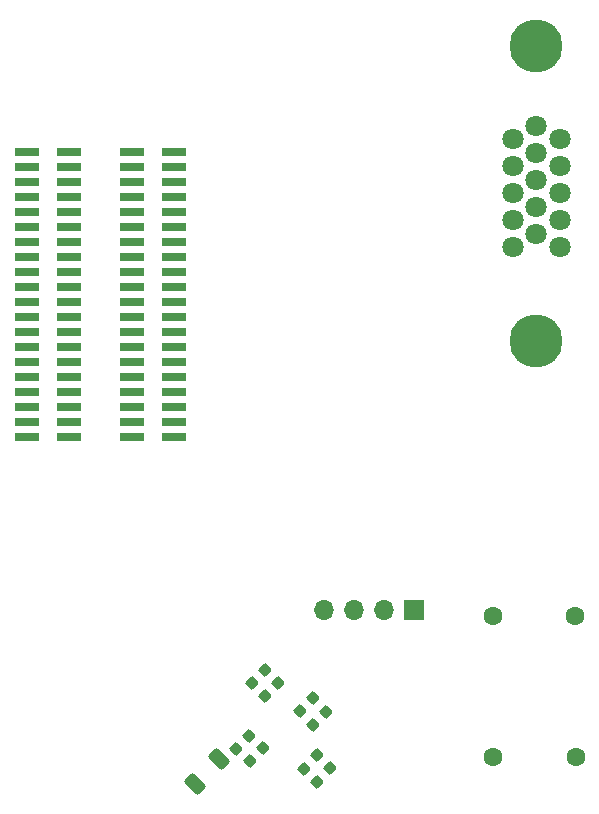
<source format=gbs>
G04 #@! TF.GenerationSoftware,KiCad,Pcbnew,7.0.9-7.0.9~ubuntu22.04.1*
G04 #@! TF.CreationDate,2023-12-05T21:20:48+02:00*
G04 #@! TF.ProjectId,iCE40HX-expansion,69434534-3048-4582-9d65-7870616e7369,rev?*
G04 #@! TF.SameCoordinates,Original*
G04 #@! TF.FileFunction,Soldermask,Bot*
G04 #@! TF.FilePolarity,Negative*
%FSLAX46Y46*%
G04 Gerber Fmt 4.6, Leading zero omitted, Abs format (unit mm)*
G04 Created by KiCad (PCBNEW 7.0.9-7.0.9~ubuntu22.04.1) date 2023-12-05 21:20:48*
%MOMM*%
%LPD*%
G01*
G04 APERTURE LIST*
G04 Aperture macros list*
%AMRoundRect*
0 Rectangle with rounded corners*
0 $1 Rounding radius*
0 $2 $3 $4 $5 $6 $7 $8 $9 X,Y pos of 4 corners*
0 Add a 4 corners polygon primitive as box body*
4,1,4,$2,$3,$4,$5,$6,$7,$8,$9,$2,$3,0*
0 Add four circle primitives for the rounded corners*
1,1,$1+$1,$2,$3*
1,1,$1+$1,$4,$5*
1,1,$1+$1,$6,$7*
1,1,$1+$1,$8,$9*
0 Add four rect primitives between the rounded corners*
20,1,$1+$1,$2,$3,$4,$5,0*
20,1,$1+$1,$4,$5,$6,$7,0*
20,1,$1+$1,$6,$7,$8,$9,0*
20,1,$1+$1,$8,$9,$2,$3,0*%
G04 Aperture macros list end*
%ADD10C,1.800000*%
%ADD11C,4.500000*%
%ADD12C,1.600000*%
%ADD13R,1.700000X1.700000*%
%ADD14O,1.700000X1.700000*%
%ADD15RoundRect,0.250000X0.220971X-0.662913X0.662913X-0.220971X-0.220971X0.662913X-0.662913X0.220971X0*%
%ADD16RoundRect,0.225000X0.017678X-0.335876X0.335876X-0.017678X-0.017678X0.335876X-0.335876X0.017678X0*%
%ADD17RoundRect,0.225000X-0.335876X-0.017678X-0.017678X-0.335876X0.335876X0.017678X0.017678X0.335876X0*%
%ADD18R,2.100000X0.750000*%
G04 APERTURE END LIST*
D10*
X149860000Y-64504000D03*
X149860000Y-66794000D03*
X149860000Y-69084000D03*
X149860000Y-71374000D03*
X149860000Y-73664000D03*
X151840000Y-63354000D03*
X151840000Y-65644000D03*
X151840000Y-67934000D03*
X151840000Y-70224000D03*
X151840000Y-72514000D03*
X153820000Y-64504000D03*
X153820000Y-66794000D03*
X153820000Y-69084000D03*
X153820000Y-71374000D03*
X153820000Y-73664000D03*
D11*
X151840000Y-81584000D03*
X151840000Y-56584000D03*
D12*
X148158000Y-104902000D03*
X155158000Y-104902000D03*
X148194000Y-116840000D03*
X155194000Y-116840000D03*
D13*
X141468000Y-104394000D03*
D14*
X138928000Y-104394000D03*
X136388000Y-104394000D03*
X133848000Y-104394000D03*
D15*
X122936000Y-119075200D03*
X125004288Y-117006912D03*
D16*
X127594992Y-117134008D03*
X128691008Y-116037992D03*
X126451992Y-116118008D03*
X127548008Y-115021992D03*
D17*
X128839592Y-109433992D03*
X129935608Y-110530008D03*
D18*
X117583400Y-65557400D03*
X121183400Y-65557400D03*
X117583400Y-66827400D03*
X121183400Y-66827400D03*
X117583400Y-68097400D03*
X121183400Y-68097400D03*
X117583400Y-69367400D03*
X121183400Y-69367400D03*
X117583400Y-70637400D03*
X121183400Y-70637400D03*
X117583400Y-71907400D03*
X121183400Y-71907400D03*
X117583400Y-73177400D03*
X121183400Y-73177400D03*
X117583400Y-74447400D03*
X121183400Y-74447400D03*
X117583400Y-75717400D03*
X121183400Y-75717400D03*
X117583400Y-76987400D03*
X121183400Y-76987400D03*
X117583400Y-78257400D03*
X121183400Y-78257400D03*
X117583400Y-79527400D03*
X121183400Y-79527400D03*
X117583400Y-80797400D03*
X121183400Y-80797400D03*
X117583400Y-82067400D03*
X121183400Y-82067400D03*
X117583400Y-83337400D03*
X121183400Y-83337400D03*
X117583400Y-84607400D03*
X121183400Y-84607400D03*
X117583400Y-85877400D03*
X121183400Y-85877400D03*
X117583400Y-87147400D03*
X121183400Y-87147400D03*
X117583400Y-88417400D03*
X121183400Y-88417400D03*
X117583400Y-89687400D03*
X121183400Y-89687400D03*
D16*
X132954391Y-114086007D03*
X134050407Y-112989991D03*
D17*
X127769491Y-110512808D03*
X128865507Y-111608824D03*
D18*
X108693400Y-65557400D03*
X112293400Y-65557400D03*
X108693400Y-66827400D03*
X112293400Y-66827400D03*
X108693400Y-68097400D03*
X112293400Y-68097400D03*
X108693400Y-69367400D03*
X112293400Y-69367400D03*
X108693400Y-70637400D03*
X112293400Y-70637400D03*
X108693400Y-71907400D03*
X112293400Y-71907400D03*
X108693400Y-73177400D03*
X112293400Y-73177400D03*
X108693400Y-74447400D03*
X112293400Y-74447400D03*
X108693400Y-75717400D03*
X112293400Y-75717400D03*
X108693400Y-76987400D03*
X112293400Y-76987400D03*
X108693400Y-78257400D03*
X112293400Y-78257400D03*
X108693400Y-79527400D03*
X112293400Y-79527400D03*
X108693400Y-80797400D03*
X112293400Y-80797400D03*
X108693400Y-82067400D03*
X112293400Y-82067400D03*
X108693400Y-83337400D03*
X112293400Y-83337400D03*
X108693400Y-84607400D03*
X112293400Y-84607400D03*
X108693400Y-85877400D03*
X112293400Y-85877400D03*
X108693400Y-87147400D03*
X112293400Y-87147400D03*
X108693400Y-88417400D03*
X112293400Y-88417400D03*
X108693400Y-89687400D03*
X112293400Y-89687400D03*
D17*
X132166992Y-117815992D03*
X133263008Y-118912008D03*
D16*
X131811392Y-112943008D03*
X132907408Y-111846992D03*
D17*
X133309992Y-116672992D03*
X134406008Y-117769008D03*
M02*

</source>
